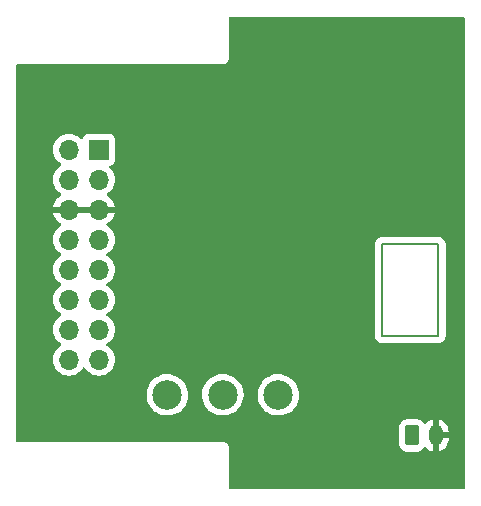
<source format=gbr>
%TF.GenerationSoftware,KiCad,Pcbnew,(6.0.4-0)*%
%TF.CreationDate,2024-03-24T20:00:40+02:00*%
%TF.ProjectId,Project_PCB_v1,50726f6a-6563-4745-9f50-43425f76312e,rev?*%
%TF.SameCoordinates,Original*%
%TF.FileFunction,Copper,L2,Bot*%
%TF.FilePolarity,Positive*%
%FSLAX46Y46*%
G04 Gerber Fmt 4.6, Leading zero omitted, Abs format (unit mm)*
G04 Created by KiCad (PCBNEW (6.0.4-0)) date 2024-03-24 20:00:40*
%MOMM*%
%LPD*%
G01*
G04 APERTURE LIST*
G04 Aperture macros list*
%AMRoundRect*
0 Rectangle with rounded corners*
0 $1 Rounding radius*
0 $2 $3 $4 $5 $6 $7 $8 $9 X,Y pos of 4 corners*
0 Add a 4 corners polygon primitive as box body*
4,1,4,$2,$3,$4,$5,$6,$7,$8,$9,$2,$3,0*
0 Add four circle primitives for the rounded corners*
1,1,$1+$1,$2,$3*
1,1,$1+$1,$4,$5*
1,1,$1+$1,$6,$7*
1,1,$1+$1,$8,$9*
0 Add four rect primitives between the rounded corners*
20,1,$1+$1,$2,$3,$4,$5,0*
20,1,$1+$1,$4,$5,$6,$7,0*
20,1,$1+$1,$6,$7,$8,$9,0*
20,1,$1+$1,$8,$9,$2,$3,0*%
G04 Aperture macros list end*
%TA.AperFunction,NonConductor*%
%ADD10C,0.200000*%
%TD*%
%TA.AperFunction,ComponentPad*%
%ADD11C,2.500000*%
%TD*%
%TA.AperFunction,ComponentPad*%
%ADD12R,1.700000X1.700000*%
%TD*%
%TA.AperFunction,ComponentPad*%
%ADD13O,1.700000X1.700000*%
%TD*%
%TA.AperFunction,ComponentPad*%
%ADD14RoundRect,0.250000X-0.350000X-0.625000X0.350000X-0.625000X0.350000X0.625000X-0.350000X0.625000X0*%
%TD*%
%TA.AperFunction,ComponentPad*%
%ADD15O,1.200000X1.750000*%
%TD*%
%TA.AperFunction,ViaPad*%
%ADD16C,0.800000*%
%TD*%
G04 APERTURE END LIST*
D10*
X117500000Y-82250000D02*
X122250000Y-82250000D01*
X122250000Y-82250000D02*
X122250000Y-90000000D01*
X122250000Y-90000000D02*
X117500000Y-90000000D01*
X117500000Y-90000000D02*
X117500000Y-82250000D01*
D11*
%TO.P,U1,1,1*%
%TO.N,Net-(JP_SB_Bat1-Pad2)*%
X108700025Y-95000000D03*
%TO.P,U1,2,2*%
%TO.N,Net-(JP_SB1-Pad2)*%
X104000000Y-95000000D03*
%TO.P,U1,3,3*%
%TO.N,unconnected-(U1-Pad3)*%
X99299975Y-95000000D03*
%TD*%
D12*
%TO.P,PinCon1,1,Pin_1*%
%TO.N,Motor2_A*%
X93500000Y-74250000D03*
D13*
%TO.P,PinCon1,2,Pin_2*%
%TO.N,PC6-9 PWM1*%
X90960000Y-74250000D03*
%TO.P,PinCon1,3,Pin_3*%
%TO.N,Motor2_B*%
X93500000Y-76790000D03*
%TO.P,PinCon1,4,Pin_4*%
%TO.N,PC6-9 PWM2*%
X90960000Y-76790000D03*
%TO.P,PinCon1,5,Pin_5*%
%TO.N,GND*%
X93500000Y-79330000D03*
%TO.P,PinCon1,6,Pin_6*%
X90960000Y-79330000D03*
%TO.P,PinCon1,7,Pin_7*%
%TO.N,BATT_1*%
X93500000Y-81870000D03*
%TO.P,PinCon1,8,Pin_8*%
X90960000Y-81870000D03*
%TO.P,PinCon1,9,Pin_9*%
%TO.N,Reserve*%
X93500000Y-84410000D03*
%TO.P,PinCon1,10,Pin_10*%
%TO.N,BATT_ADC*%
X90960000Y-84410000D03*
%TO.P,PinCon1,11,Pin_11*%
%TO.N,5V_1*%
X93500000Y-86950000D03*
%TO.P,PinCon1,12,Pin_12*%
X90960000Y-86950000D03*
%TO.P,PinCon1,13,Pin_13*%
%TO.N,Motor1_A*%
X93500000Y-89490000D03*
%TO.P,PinCon1,14,Pin_14*%
%TO.N,PC6-9 PWM3*%
X90960000Y-89490000D03*
%TO.P,PinCon1,15,Pin_15*%
%TO.N,Motor1_B*%
X93500000Y-92030000D03*
%TO.P,PinCon1,16,Pin_16*%
%TO.N,PC6-9 PWM4*%
X90960000Y-92030000D03*
%TD*%
D14*
%TO.P,J2,1,Pin_1*%
%TO.N,Net-(J2-Pad1)*%
X120005000Y-98445000D03*
D15*
%TO.P,J2,2,Pin_2*%
%TO.N,GND*%
X122005000Y-98445000D03*
%TD*%
D16*
%TO.N,GND*%
X107500000Y-76500000D03*
X108465000Y-72500000D03*
X112965000Y-79250000D03*
X88500000Y-87000000D03*
X95965000Y-81500000D03*
X124000000Y-95250000D03*
X115215000Y-71500000D03*
X121465000Y-72250000D03*
X117250000Y-76000000D03*
X105465000Y-84250000D03*
X107465000Y-65250000D03*
%TD*%
%TA.AperFunction,Conductor*%
%TO.N,GND*%
G36*
X124441621Y-63020502D02*
G01*
X124488114Y-63074158D01*
X124499500Y-63126500D01*
X124499500Y-102873500D01*
X124479498Y-102941621D01*
X124425842Y-102988114D01*
X124373500Y-102999500D01*
X104626500Y-102999500D01*
X104558379Y-102979498D01*
X104511886Y-102925842D01*
X104500500Y-102873500D01*
X104500500Y-99508574D01*
X104500502Y-99507804D01*
X104500914Y-99440350D01*
X104500969Y-99431376D01*
X104493007Y-99403518D01*
X104489429Y-99386757D01*
X104486596Y-99366971D01*
X104486596Y-99366970D01*
X104485323Y-99358082D01*
X104474925Y-99335212D01*
X104468477Y-99317688D01*
X104464038Y-99302155D01*
X104464036Y-99302151D01*
X104461572Y-99293529D01*
X104446111Y-99269024D01*
X104437974Y-99253942D01*
X104429702Y-99235748D01*
X104429700Y-99235745D01*
X104425984Y-99227572D01*
X104409581Y-99208536D01*
X104398473Y-99193523D01*
X104385070Y-99172280D01*
X104378341Y-99166337D01*
X104378339Y-99166335D01*
X104363356Y-99153103D01*
X104351310Y-99140909D01*
X104338260Y-99125764D01*
X104333178Y-99119866D01*
X118904500Y-99119866D01*
X118904837Y-99123112D01*
X118904837Y-99123116D01*
X118913701Y-99208537D01*
X118915359Y-99224519D01*
X118970744Y-99390529D01*
X119062834Y-99539345D01*
X119186689Y-99662984D01*
X119335666Y-99754814D01*
X119342614Y-99757119D01*
X119342615Y-99757119D01*
X119495241Y-99807744D01*
X119495243Y-99807745D01*
X119501772Y-99809910D01*
X119605134Y-99820500D01*
X120404866Y-99820500D01*
X120408112Y-99820163D01*
X120408116Y-99820163D01*
X120502661Y-99810353D01*
X120502665Y-99810352D01*
X120509519Y-99809641D01*
X120516055Y-99807460D01*
X120516057Y-99807460D01*
X120668581Y-99756574D01*
X120675529Y-99754256D01*
X120824345Y-99662166D01*
X120947984Y-99538311D01*
X120981087Y-99484608D01*
X121033858Y-99437114D01*
X121103930Y-99425690D01*
X121169054Y-99453963D01*
X121187431Y-99472888D01*
X121195259Y-99482853D01*
X121203499Y-99491506D01*
X121354123Y-99622212D01*
X121363847Y-99629147D01*
X121536467Y-99729010D01*
X121547331Y-99733984D01*
X121735727Y-99799407D01*
X121736716Y-99799648D01*
X121747008Y-99798180D01*
X121751000Y-99784615D01*
X121751000Y-99780402D01*
X122259000Y-99780402D01*
X122262973Y-99793933D01*
X122272399Y-99795288D01*
X122361537Y-99773806D01*
X122372832Y-99769917D01*
X122554382Y-99687371D01*
X122564724Y-99681424D01*
X122727397Y-99566032D01*
X122736425Y-99558239D01*
X122874342Y-99414169D01*
X122881738Y-99404804D01*
X122989921Y-99237259D01*
X122995417Y-99226655D01*
X123069961Y-99041688D01*
X123073355Y-99030230D01*
X123111857Y-98833072D01*
X123112934Y-98824209D01*
X123113000Y-98821500D01*
X123113000Y-98717115D01*
X123108525Y-98701876D01*
X123107135Y-98700671D01*
X123099452Y-98699000D01*
X122277115Y-98699000D01*
X122261876Y-98703475D01*
X122260671Y-98704865D01*
X122259000Y-98712548D01*
X122259000Y-99780402D01*
X121751000Y-99780402D01*
X121751000Y-98172885D01*
X122259000Y-98172885D01*
X122263475Y-98188124D01*
X122264865Y-98189329D01*
X122272548Y-98191000D01*
X123094885Y-98191000D01*
X123110124Y-98186525D01*
X123111329Y-98185135D01*
X123113000Y-98177452D01*
X123113000Y-98120168D01*
X123112715Y-98114192D01*
X123098529Y-97965506D01*
X123096270Y-97953772D01*
X123040128Y-97762401D01*
X123035698Y-97751325D01*
X122944381Y-97574022D01*
X122937931Y-97563976D01*
X122814738Y-97407143D01*
X122806501Y-97398494D01*
X122655877Y-97267788D01*
X122646153Y-97260853D01*
X122473533Y-97160990D01*
X122462669Y-97156016D01*
X122274273Y-97090593D01*
X122273284Y-97090352D01*
X122262992Y-97091820D01*
X122259000Y-97105385D01*
X122259000Y-98172885D01*
X121751000Y-98172885D01*
X121751000Y-97109598D01*
X121747027Y-97096067D01*
X121737601Y-97094712D01*
X121648463Y-97116194D01*
X121637168Y-97120083D01*
X121455618Y-97202629D01*
X121445276Y-97208576D01*
X121282603Y-97323968D01*
X121273575Y-97331761D01*
X121180751Y-97428726D01*
X121119196Y-97464102D01*
X121048286Y-97460583D01*
X120990536Y-97419286D01*
X120982589Y-97407898D01*
X120951020Y-97356883D01*
X120947166Y-97350655D01*
X120823311Y-97227016D01*
X120674334Y-97135186D01*
X120617076Y-97116194D01*
X120514759Y-97082256D01*
X120514757Y-97082255D01*
X120508228Y-97080090D01*
X120404866Y-97069500D01*
X119605134Y-97069500D01*
X119601888Y-97069837D01*
X119601884Y-97069837D01*
X119507339Y-97079647D01*
X119507335Y-97079648D01*
X119500481Y-97080359D01*
X119493945Y-97082540D01*
X119493943Y-97082540D01*
X119393070Y-97116194D01*
X119334471Y-97135744D01*
X119185655Y-97227834D01*
X119062016Y-97351689D01*
X118970186Y-97500666D01*
X118967881Y-97507614D01*
X118967881Y-97507615D01*
X118949187Y-97563976D01*
X118915090Y-97666772D01*
X118904500Y-97770134D01*
X118904500Y-99119866D01*
X104333178Y-99119866D01*
X104332400Y-99118963D01*
X104311314Y-99105296D01*
X104296444Y-99094009D01*
X104284338Y-99083317D01*
X104284337Y-99083317D01*
X104277612Y-99077377D01*
X104251391Y-99065066D01*
X104236413Y-99056746D01*
X104219631Y-99045869D01*
X104219628Y-99045868D01*
X104212095Y-99040985D01*
X104188019Y-99033785D01*
X104170589Y-99027129D01*
X104147837Y-99016447D01*
X104119213Y-99011990D01*
X104102495Y-99008207D01*
X104083340Y-99002478D01*
X104083332Y-99002477D01*
X104074739Y-98999907D01*
X104065768Y-98999852D01*
X104065767Y-98999852D01*
X104061038Y-98999823D01*
X104040818Y-98999699D01*
X104040075Y-98999668D01*
X104038991Y-98999500D01*
X104008574Y-98999500D01*
X104007804Y-98999498D01*
X104007191Y-98999494D01*
X103931376Y-98999031D01*
X103930047Y-98999411D01*
X103928737Y-98999500D01*
X86626500Y-98999500D01*
X86558379Y-98979498D01*
X86511886Y-98925842D01*
X86500500Y-98873500D01*
X86500500Y-94954049D01*
X97545169Y-94954049D01*
X97557652Y-95213930D01*
X97608410Y-95469112D01*
X97696330Y-95713989D01*
X97819479Y-95943180D01*
X97822274Y-95946923D01*
X97822276Y-95946926D01*
X97972360Y-96147913D01*
X97972365Y-96147919D01*
X97975152Y-96151651D01*
X97978461Y-96154931D01*
X97978466Y-96154937D01*
X98079478Y-96255071D01*
X98159929Y-96334823D01*
X98163691Y-96337581D01*
X98163694Y-96337584D01*
X98276307Y-96420155D01*
X98369750Y-96488670D01*
X98373885Y-96490846D01*
X98373889Y-96490848D01*
X98499749Y-96557066D01*
X98600008Y-96609815D01*
X98845642Y-96695594D01*
X98850235Y-96696466D01*
X99096668Y-96743253D01*
X99096671Y-96743253D01*
X99101257Y-96744124D01*
X99231248Y-96749232D01*
X99356570Y-96754156D01*
X99356576Y-96754156D01*
X99361238Y-96754339D01*
X99462464Y-96743253D01*
X99615220Y-96726524D01*
X99615225Y-96726523D01*
X99619873Y-96726014D01*
X99624397Y-96724823D01*
X99866957Y-96660962D01*
X99866959Y-96660961D01*
X99871480Y-96659771D01*
X100110532Y-96557066D01*
X100331778Y-96420155D01*
X100530357Y-96252046D01*
X100701906Y-96056431D01*
X100842658Y-95837608D01*
X100949519Y-95600385D01*
X100950789Y-95595882D01*
X101018873Y-95354476D01*
X101018874Y-95354473D01*
X101020143Y-95349972D01*
X101036866Y-95218518D01*
X101052579Y-95095001D01*
X101052579Y-95094997D01*
X101052977Y-95091871D01*
X101055383Y-95000000D01*
X101051968Y-94954049D01*
X102245194Y-94954049D01*
X102257677Y-95213930D01*
X102308435Y-95469112D01*
X102396355Y-95713989D01*
X102519504Y-95943180D01*
X102522299Y-95946923D01*
X102522301Y-95946926D01*
X102672385Y-96147913D01*
X102672390Y-96147919D01*
X102675177Y-96151651D01*
X102678486Y-96154931D01*
X102678491Y-96154937D01*
X102779503Y-96255071D01*
X102859954Y-96334823D01*
X102863716Y-96337581D01*
X102863719Y-96337584D01*
X102976332Y-96420155D01*
X103069775Y-96488670D01*
X103073910Y-96490846D01*
X103073914Y-96490848D01*
X103199774Y-96557066D01*
X103300033Y-96609815D01*
X103545667Y-96695594D01*
X103550260Y-96696466D01*
X103796693Y-96743253D01*
X103796696Y-96743253D01*
X103801282Y-96744124D01*
X103931273Y-96749232D01*
X104056595Y-96754156D01*
X104056601Y-96754156D01*
X104061263Y-96754339D01*
X104162489Y-96743253D01*
X104315245Y-96726524D01*
X104315250Y-96726523D01*
X104319898Y-96726014D01*
X104324422Y-96724823D01*
X104566982Y-96660962D01*
X104566984Y-96660961D01*
X104571505Y-96659771D01*
X104810557Y-96557066D01*
X105031803Y-96420155D01*
X105230382Y-96252046D01*
X105401931Y-96056431D01*
X105542683Y-95837608D01*
X105649544Y-95600385D01*
X105650814Y-95595882D01*
X105718898Y-95354476D01*
X105718899Y-95354473D01*
X105720168Y-95349972D01*
X105736891Y-95218518D01*
X105752604Y-95095001D01*
X105752604Y-95094997D01*
X105753002Y-95091871D01*
X105755408Y-95000000D01*
X105751993Y-94954049D01*
X106945219Y-94954049D01*
X106957702Y-95213930D01*
X107008460Y-95469112D01*
X107096380Y-95713989D01*
X107219529Y-95943180D01*
X107222324Y-95946923D01*
X107222326Y-95946926D01*
X107372410Y-96147913D01*
X107372415Y-96147919D01*
X107375202Y-96151651D01*
X107378511Y-96154931D01*
X107378516Y-96154937D01*
X107479528Y-96255071D01*
X107559979Y-96334823D01*
X107563741Y-96337581D01*
X107563744Y-96337584D01*
X107676357Y-96420155D01*
X107769800Y-96488670D01*
X107773935Y-96490846D01*
X107773939Y-96490848D01*
X107899799Y-96557066D01*
X108000058Y-96609815D01*
X108245692Y-96695594D01*
X108250285Y-96696466D01*
X108496718Y-96743253D01*
X108496721Y-96743253D01*
X108501307Y-96744124D01*
X108631298Y-96749232D01*
X108756620Y-96754156D01*
X108756626Y-96754156D01*
X108761288Y-96754339D01*
X108862514Y-96743253D01*
X109015270Y-96726524D01*
X109015275Y-96726523D01*
X109019923Y-96726014D01*
X109024447Y-96724823D01*
X109267007Y-96660962D01*
X109267009Y-96660961D01*
X109271530Y-96659771D01*
X109510582Y-96557066D01*
X109731828Y-96420155D01*
X109930407Y-96252046D01*
X110101956Y-96056431D01*
X110242708Y-95837608D01*
X110349569Y-95600385D01*
X110350839Y-95595882D01*
X110418923Y-95354476D01*
X110418924Y-95354473D01*
X110420193Y-95349972D01*
X110436916Y-95218518D01*
X110452629Y-95095001D01*
X110452629Y-95094997D01*
X110453027Y-95091871D01*
X110455433Y-95000000D01*
X110436151Y-94740534D01*
X110378730Y-94486768D01*
X110377037Y-94482414D01*
X110286123Y-94248630D01*
X110286122Y-94248628D01*
X110284430Y-94244277D01*
X110155324Y-94018388D01*
X109994248Y-93814064D01*
X109804739Y-93635792D01*
X109590962Y-93487489D01*
X109586772Y-93485423D01*
X109586769Y-93485421D01*
X109361800Y-93374479D01*
X109361797Y-93374478D01*
X109357612Y-93372414D01*
X109109817Y-93293094D01*
X108969594Y-93270257D01*
X108857631Y-93252023D01*
X108857630Y-93252023D01*
X108853019Y-93251272D01*
X108722940Y-93249569D01*
X108597537Y-93247927D01*
X108597534Y-93247927D01*
X108592860Y-93247866D01*
X108335055Y-93282952D01*
X108085268Y-93355758D01*
X108081015Y-93357718D01*
X108081014Y-93357719D01*
X108044659Y-93374479D01*
X107848986Y-93464686D01*
X107845081Y-93467246D01*
X107845076Y-93467249D01*
X107635313Y-93604775D01*
X107635308Y-93604779D01*
X107631400Y-93607341D01*
X107437290Y-93780591D01*
X107270920Y-93980629D01*
X107135945Y-94203061D01*
X107134136Y-94207375D01*
X107134135Y-94207377D01*
X107120363Y-94240221D01*
X107035330Y-94443001D01*
X106971286Y-94695177D01*
X106945219Y-94954049D01*
X105751993Y-94954049D01*
X105736126Y-94740534D01*
X105678705Y-94486768D01*
X105677012Y-94482414D01*
X105586098Y-94248630D01*
X105586097Y-94248628D01*
X105584405Y-94244277D01*
X105455299Y-94018388D01*
X105294223Y-93814064D01*
X105104714Y-93635792D01*
X104890937Y-93487489D01*
X104886747Y-93485423D01*
X104886744Y-93485421D01*
X104661775Y-93374479D01*
X104661772Y-93374478D01*
X104657587Y-93372414D01*
X104409792Y-93293094D01*
X104269569Y-93270257D01*
X104157606Y-93252023D01*
X104157605Y-93252023D01*
X104152994Y-93251272D01*
X104022915Y-93249569D01*
X103897512Y-93247927D01*
X103897509Y-93247927D01*
X103892835Y-93247866D01*
X103635030Y-93282952D01*
X103385243Y-93355758D01*
X103380990Y-93357718D01*
X103380989Y-93357719D01*
X103344634Y-93374479D01*
X103148961Y-93464686D01*
X103145056Y-93467246D01*
X103145051Y-93467249D01*
X102935288Y-93604775D01*
X102935283Y-93604779D01*
X102931375Y-93607341D01*
X102737265Y-93780591D01*
X102570895Y-93980629D01*
X102435920Y-94203061D01*
X102434111Y-94207375D01*
X102434110Y-94207377D01*
X102420338Y-94240221D01*
X102335305Y-94443001D01*
X102271261Y-94695177D01*
X102245194Y-94954049D01*
X101051968Y-94954049D01*
X101036101Y-94740534D01*
X100978680Y-94486768D01*
X100976987Y-94482414D01*
X100886073Y-94248630D01*
X100886072Y-94248628D01*
X100884380Y-94244277D01*
X100755274Y-94018388D01*
X100594198Y-93814064D01*
X100404689Y-93635792D01*
X100190912Y-93487489D01*
X100186722Y-93485423D01*
X100186719Y-93485421D01*
X99961750Y-93374479D01*
X99961747Y-93374478D01*
X99957562Y-93372414D01*
X99709767Y-93293094D01*
X99569544Y-93270257D01*
X99457581Y-93252023D01*
X99457580Y-93252023D01*
X99452969Y-93251272D01*
X99322890Y-93249569D01*
X99197487Y-93247927D01*
X99197484Y-93247927D01*
X99192810Y-93247866D01*
X98935005Y-93282952D01*
X98685218Y-93355758D01*
X98680965Y-93357718D01*
X98680964Y-93357719D01*
X98644609Y-93374479D01*
X98448936Y-93464686D01*
X98445031Y-93467246D01*
X98445026Y-93467249D01*
X98235263Y-93604775D01*
X98235258Y-93604779D01*
X98231350Y-93607341D01*
X98037240Y-93780591D01*
X97870870Y-93980629D01*
X97735895Y-94203061D01*
X97734086Y-94207375D01*
X97734085Y-94207377D01*
X97720313Y-94240221D01*
X97635280Y-94443001D01*
X97571236Y-94695177D01*
X97545169Y-94954049D01*
X86500500Y-94954049D01*
X86500500Y-92030000D01*
X89604341Y-92030000D01*
X89624937Y-92265408D01*
X89686097Y-92493663D01*
X89688419Y-92498643D01*
X89688420Y-92498645D01*
X89770121Y-92673851D01*
X89785965Y-92707829D01*
X89921505Y-92901401D01*
X90088599Y-93068495D01*
X90093107Y-93071652D01*
X90093110Y-93071654D01*
X90277661Y-93200878D01*
X90282170Y-93204035D01*
X90287152Y-93206358D01*
X90287157Y-93206361D01*
X90491355Y-93301580D01*
X90496337Y-93303903D01*
X90501645Y-93305325D01*
X90501647Y-93305326D01*
X90697183Y-93357719D01*
X90724592Y-93365063D01*
X90960000Y-93385659D01*
X91195408Y-93365063D01*
X91222817Y-93357719D01*
X91418353Y-93305326D01*
X91418355Y-93305325D01*
X91423663Y-93303903D01*
X91428645Y-93301580D01*
X91632843Y-93206361D01*
X91632848Y-93206358D01*
X91637830Y-93204035D01*
X91642339Y-93200878D01*
X91826890Y-93071654D01*
X91826893Y-93071652D01*
X91831401Y-93068495D01*
X91998495Y-92901401D01*
X92126787Y-92718180D01*
X92182244Y-92673851D01*
X92252863Y-92666542D01*
X92316224Y-92698572D01*
X92333212Y-92718179D01*
X92461505Y-92901401D01*
X92628599Y-93068495D01*
X92633107Y-93071652D01*
X92633110Y-93071654D01*
X92817661Y-93200878D01*
X92822170Y-93204035D01*
X92827152Y-93206358D01*
X92827157Y-93206361D01*
X93031355Y-93301580D01*
X93036337Y-93303903D01*
X93041645Y-93305325D01*
X93041647Y-93305326D01*
X93237183Y-93357719D01*
X93264592Y-93365063D01*
X93500000Y-93385659D01*
X93735408Y-93365063D01*
X93762817Y-93357719D01*
X93958353Y-93305326D01*
X93958355Y-93305325D01*
X93963663Y-93303903D01*
X93968645Y-93301580D01*
X94172843Y-93206361D01*
X94172848Y-93206358D01*
X94177830Y-93204035D01*
X94182339Y-93200878D01*
X94366890Y-93071654D01*
X94366893Y-93071652D01*
X94371401Y-93068495D01*
X94538495Y-92901401D01*
X94674035Y-92707829D01*
X94689880Y-92673851D01*
X94771580Y-92498645D01*
X94771581Y-92498643D01*
X94773903Y-92493663D01*
X94835063Y-92265408D01*
X94855659Y-92030000D01*
X94835063Y-91794592D01*
X94773903Y-91566337D01*
X94693288Y-91393458D01*
X94676358Y-91357152D01*
X94676356Y-91357149D01*
X94674035Y-91352171D01*
X94538495Y-91158599D01*
X94371401Y-90991505D01*
X94366893Y-90988348D01*
X94366890Y-90988346D01*
X94239408Y-90899082D01*
X94188181Y-90863213D01*
X94143853Y-90807756D01*
X94136544Y-90737137D01*
X94168575Y-90673776D01*
X94188181Y-90656787D01*
X94366890Y-90531654D01*
X94366893Y-90531652D01*
X94371401Y-90528495D01*
X94538495Y-90361401D01*
X94674035Y-90167829D01*
X94689880Y-90133851D01*
X94752296Y-90000000D01*
X116894318Y-90000000D01*
X116899500Y-90039361D01*
X116914956Y-90156762D01*
X116975464Y-90302841D01*
X117071718Y-90428282D01*
X117197159Y-90524536D01*
X117343238Y-90585044D01*
X117500000Y-90605682D01*
X117508188Y-90604604D01*
X117531173Y-90601578D01*
X117547619Y-90600500D01*
X122202381Y-90600500D01*
X122218827Y-90601578D01*
X122250000Y-90605682D01*
X122258188Y-90604604D01*
X122289361Y-90600500D01*
X122398574Y-90586122D01*
X122406762Y-90585044D01*
X122552841Y-90524536D01*
X122678282Y-90428282D01*
X122774536Y-90302841D01*
X122835044Y-90156762D01*
X122855682Y-90000000D01*
X122851578Y-89968827D01*
X122850500Y-89952381D01*
X122850500Y-82297619D01*
X122851578Y-82281173D01*
X122854604Y-82258188D01*
X122855682Y-82250000D01*
X122835044Y-82093238D01*
X122774536Y-81947159D01*
X122678282Y-81821718D01*
X122552841Y-81725464D01*
X122406762Y-81664956D01*
X122289361Y-81649500D01*
X122250000Y-81644318D01*
X122241812Y-81645396D01*
X122218827Y-81648422D01*
X122202381Y-81649500D01*
X117547619Y-81649500D01*
X117531173Y-81648422D01*
X117508188Y-81645396D01*
X117500000Y-81644318D01*
X117460639Y-81649500D01*
X117343238Y-81664956D01*
X117197159Y-81725464D01*
X117071718Y-81821718D01*
X116975464Y-81947159D01*
X116914956Y-82093238D01*
X116894318Y-82250000D01*
X116895396Y-82258188D01*
X116898422Y-82281173D01*
X116899500Y-82297619D01*
X116899500Y-89952381D01*
X116898422Y-89968827D01*
X116894318Y-90000000D01*
X94752296Y-90000000D01*
X94771580Y-89958645D01*
X94771581Y-89958643D01*
X94773903Y-89953663D01*
X94835063Y-89725408D01*
X94855659Y-89490000D01*
X94835063Y-89254592D01*
X94773903Y-89026337D01*
X94693288Y-88853458D01*
X94676358Y-88817152D01*
X94676356Y-88817149D01*
X94674035Y-88812171D01*
X94538495Y-88618599D01*
X94371401Y-88451505D01*
X94366893Y-88448348D01*
X94366890Y-88448346D01*
X94193084Y-88326646D01*
X94188181Y-88323213D01*
X94143853Y-88267756D01*
X94136544Y-88197137D01*
X94168575Y-88133776D01*
X94188181Y-88116787D01*
X94366890Y-87991654D01*
X94366893Y-87991652D01*
X94371401Y-87988495D01*
X94538495Y-87821401D01*
X94674035Y-87627829D01*
X94689880Y-87593851D01*
X94771580Y-87418645D01*
X94771581Y-87418643D01*
X94773903Y-87413663D01*
X94791565Y-87347749D01*
X94833639Y-87190723D01*
X94833639Y-87190722D01*
X94835063Y-87185408D01*
X94855659Y-86950000D01*
X94835063Y-86714592D01*
X94773903Y-86486337D01*
X94693288Y-86313458D01*
X94676358Y-86277152D01*
X94676356Y-86277149D01*
X94674035Y-86272171D01*
X94538495Y-86078599D01*
X94371401Y-85911505D01*
X94366893Y-85908348D01*
X94366890Y-85908346D01*
X94239408Y-85819082D01*
X94188181Y-85783213D01*
X94143853Y-85727756D01*
X94136544Y-85657137D01*
X94168575Y-85593776D01*
X94188181Y-85576787D01*
X94366890Y-85451654D01*
X94366893Y-85451652D01*
X94371401Y-85448495D01*
X94538495Y-85281401D01*
X94674035Y-85087829D01*
X94689880Y-85053851D01*
X94771580Y-84878645D01*
X94771581Y-84878643D01*
X94773903Y-84873663D01*
X94835063Y-84645408D01*
X94855659Y-84410000D01*
X94835063Y-84174592D01*
X94828180Y-84148903D01*
X94775326Y-83951647D01*
X94775325Y-83951645D01*
X94773903Y-83946337D01*
X94739216Y-83871951D01*
X94676358Y-83737152D01*
X94676356Y-83737149D01*
X94674035Y-83732171D01*
X94538495Y-83538599D01*
X94371401Y-83371505D01*
X94366893Y-83368348D01*
X94366890Y-83368346D01*
X94239408Y-83279082D01*
X94188181Y-83243213D01*
X94143853Y-83187756D01*
X94136544Y-83117137D01*
X94168575Y-83053776D01*
X94188181Y-83036787D01*
X94366890Y-82911654D01*
X94366893Y-82911652D01*
X94371401Y-82908495D01*
X94538495Y-82741401D01*
X94674035Y-82547829D01*
X94689880Y-82513851D01*
X94771580Y-82338645D01*
X94771581Y-82338643D01*
X94773903Y-82333663D01*
X94787968Y-82281173D01*
X94833639Y-82110723D01*
X94833639Y-82110722D01*
X94835063Y-82105408D01*
X94855659Y-81870000D01*
X94835063Y-81634592D01*
X94773903Y-81406337D01*
X94693288Y-81233458D01*
X94676358Y-81197152D01*
X94676356Y-81197149D01*
X94674035Y-81192171D01*
X94538495Y-80998599D01*
X94371401Y-80831505D01*
X94366893Y-80828348D01*
X94366890Y-80828346D01*
X94195336Y-80708223D01*
X94151008Y-80652766D01*
X94143699Y-80582147D01*
X94175730Y-80518786D01*
X94198019Y-80500860D01*
X94197737Y-80500465D01*
X94375328Y-80373792D01*
X94383200Y-80367139D01*
X94534052Y-80216812D01*
X94540730Y-80208965D01*
X94665003Y-80036020D01*
X94670313Y-80027183D01*
X94764670Y-79836267D01*
X94768469Y-79826672D01*
X94830377Y-79622910D01*
X94832555Y-79612837D01*
X94833986Y-79601962D01*
X94831775Y-79587778D01*
X94818617Y-79584000D01*
X89643225Y-79584000D01*
X89629694Y-79587973D01*
X89628257Y-79597966D01*
X89658565Y-79732446D01*
X89661645Y-79742275D01*
X89741770Y-79939603D01*
X89746413Y-79948794D01*
X89857694Y-80130388D01*
X89863777Y-80138699D01*
X90003213Y-80299667D01*
X90010580Y-80306883D01*
X90174434Y-80442916D01*
X90182876Y-80448828D01*
X90259612Y-80493669D01*
X90308335Y-80545308D01*
X90321406Y-80615091D01*
X90294674Y-80680863D01*
X90268312Y-80705669D01*
X90088599Y-80831505D01*
X89921505Y-80998599D01*
X89785965Y-81192171D01*
X89783644Y-81197149D01*
X89783642Y-81197152D01*
X89766712Y-81233458D01*
X89686097Y-81406337D01*
X89624937Y-81634592D01*
X89604341Y-81870000D01*
X89624937Y-82105408D01*
X89626361Y-82110722D01*
X89626361Y-82110723D01*
X89672033Y-82281173D01*
X89686097Y-82333663D01*
X89688419Y-82338643D01*
X89688420Y-82338645D01*
X89770121Y-82513851D01*
X89785965Y-82547829D01*
X89921505Y-82741401D01*
X90088599Y-82908495D01*
X90093107Y-82911652D01*
X90093110Y-82911654D01*
X90271820Y-83036788D01*
X90316148Y-83092245D01*
X90323457Y-83162865D01*
X90291426Y-83226225D01*
X90271822Y-83243211D01*
X90088599Y-83371505D01*
X89921505Y-83538599D01*
X89785965Y-83732171D01*
X89783644Y-83737149D01*
X89783642Y-83737152D01*
X89720784Y-83871951D01*
X89686097Y-83946337D01*
X89684675Y-83951645D01*
X89684674Y-83951647D01*
X89631820Y-84148903D01*
X89624937Y-84174592D01*
X89604341Y-84410000D01*
X89624937Y-84645408D01*
X89686097Y-84873663D01*
X89688419Y-84878643D01*
X89688420Y-84878645D01*
X89770121Y-85053851D01*
X89785965Y-85087829D01*
X89921505Y-85281401D01*
X90088599Y-85448495D01*
X90093107Y-85451652D01*
X90093110Y-85451654D01*
X90271820Y-85576788D01*
X90316148Y-85632245D01*
X90323457Y-85702865D01*
X90291426Y-85766225D01*
X90271822Y-85783211D01*
X90088599Y-85911505D01*
X89921505Y-86078599D01*
X89785965Y-86272171D01*
X89783644Y-86277149D01*
X89783642Y-86277152D01*
X89766712Y-86313458D01*
X89686097Y-86486337D01*
X89624937Y-86714592D01*
X89604341Y-86950000D01*
X89624937Y-87185408D01*
X89626361Y-87190722D01*
X89626361Y-87190723D01*
X89668436Y-87347749D01*
X89686097Y-87413663D01*
X89688419Y-87418643D01*
X89688420Y-87418645D01*
X89770121Y-87593851D01*
X89785965Y-87627829D01*
X89921505Y-87821401D01*
X90088599Y-87988495D01*
X90093107Y-87991652D01*
X90093110Y-87991654D01*
X90271820Y-88116788D01*
X90316148Y-88172245D01*
X90323457Y-88242865D01*
X90291426Y-88306225D01*
X90271822Y-88323211D01*
X90088599Y-88451505D01*
X89921505Y-88618599D01*
X89785965Y-88812171D01*
X89783644Y-88817149D01*
X89783642Y-88817152D01*
X89766712Y-88853458D01*
X89686097Y-89026337D01*
X89624937Y-89254592D01*
X89604341Y-89490000D01*
X89624937Y-89725408D01*
X89686097Y-89953663D01*
X89688419Y-89958643D01*
X89688420Y-89958645D01*
X89770121Y-90133851D01*
X89785965Y-90167829D01*
X89921505Y-90361401D01*
X90088599Y-90528495D01*
X90093107Y-90531652D01*
X90093110Y-90531654D01*
X90271820Y-90656788D01*
X90316148Y-90712245D01*
X90323457Y-90782865D01*
X90291426Y-90846225D01*
X90271822Y-90863211D01*
X90088599Y-90991505D01*
X89921505Y-91158599D01*
X89785965Y-91352171D01*
X89783644Y-91357149D01*
X89783642Y-91357152D01*
X89766712Y-91393458D01*
X89686097Y-91566337D01*
X89624937Y-91794592D01*
X89604341Y-92030000D01*
X86500500Y-92030000D01*
X86500500Y-76790000D01*
X89604341Y-76790000D01*
X89624937Y-77025408D01*
X89686097Y-77253663D01*
X89688419Y-77258643D01*
X89688420Y-77258645D01*
X89770121Y-77433851D01*
X89785965Y-77467829D01*
X89921505Y-77661401D01*
X90088599Y-77828495D01*
X90093107Y-77831652D01*
X90093110Y-77831654D01*
X90265880Y-77952629D01*
X90310208Y-78008086D01*
X90317517Y-78078706D01*
X90285486Y-78142066D01*
X90251790Y-78167605D01*
X90238458Y-78174545D01*
X90229738Y-78180036D01*
X90059433Y-78307905D01*
X90051726Y-78314748D01*
X89904590Y-78468717D01*
X89898104Y-78476727D01*
X89778098Y-78652649D01*
X89773000Y-78661623D01*
X89683338Y-78854783D01*
X89679775Y-78864470D01*
X89624389Y-79064183D01*
X89625912Y-79072607D01*
X89638292Y-79076000D01*
X94818344Y-79076000D01*
X94831875Y-79072027D01*
X94833180Y-79062947D01*
X94791214Y-78895875D01*
X94787894Y-78886124D01*
X94702972Y-78690814D01*
X94698105Y-78681739D01*
X94582426Y-78502926D01*
X94576136Y-78494757D01*
X94432806Y-78337240D01*
X94425273Y-78330215D01*
X94258139Y-78198222D01*
X94249557Y-78192520D01*
X94203863Y-78167296D01*
X94153892Y-78116864D01*
X94139120Y-78047421D01*
X94164236Y-77981015D01*
X94192485Y-77953774D01*
X94366890Y-77831654D01*
X94366893Y-77831652D01*
X94371401Y-77828495D01*
X94538495Y-77661401D01*
X94674035Y-77467829D01*
X94689880Y-77433851D01*
X94771580Y-77258645D01*
X94771581Y-77258643D01*
X94773903Y-77253663D01*
X94835063Y-77025408D01*
X94855659Y-76790000D01*
X94835063Y-76554592D01*
X94773903Y-76326337D01*
X94693288Y-76153458D01*
X94676358Y-76117152D01*
X94676356Y-76117149D01*
X94674035Y-76112171D01*
X94538495Y-75918599D01*
X94418885Y-75798989D01*
X94384859Y-75736677D01*
X94389924Y-75665862D01*
X94432471Y-75609026D01*
X94463752Y-75591912D01*
X94584419Y-75546677D01*
X94584420Y-75546676D01*
X94592824Y-75543526D01*
X94600003Y-75538146D01*
X94600006Y-75538144D01*
X94700365Y-75462928D01*
X94707546Y-75457546D01*
X94725361Y-75433776D01*
X94788144Y-75350006D01*
X94788146Y-75350003D01*
X94793526Y-75342824D01*
X94843851Y-75208580D01*
X94846688Y-75182471D01*
X94850131Y-75150774D01*
X94850131Y-75150773D01*
X94850500Y-75147377D01*
X94850499Y-73352624D01*
X94843851Y-73291420D01*
X94793526Y-73157176D01*
X94788146Y-73149997D01*
X94788144Y-73149994D01*
X94712928Y-73049635D01*
X94707546Y-73042454D01*
X94700365Y-73037072D01*
X94600006Y-72961856D01*
X94600003Y-72961854D01*
X94592824Y-72956474D01*
X94485821Y-72916361D01*
X94465975Y-72908921D01*
X94465973Y-72908921D01*
X94458580Y-72906149D01*
X94450730Y-72905296D01*
X94450729Y-72905296D01*
X94400774Y-72899869D01*
X94400773Y-72899869D01*
X94397377Y-72899500D01*
X93500132Y-72899500D01*
X92602624Y-72899501D01*
X92599230Y-72899870D01*
X92599224Y-72899870D01*
X92549278Y-72905295D01*
X92549274Y-72905296D01*
X92541420Y-72906149D01*
X92407176Y-72956474D01*
X92399997Y-72961854D01*
X92399994Y-72961856D01*
X92299635Y-73037072D01*
X92292454Y-73042454D01*
X92287072Y-73049635D01*
X92211856Y-73149994D01*
X92211854Y-73149997D01*
X92206474Y-73157176D01*
X92203324Y-73165580D01*
X92203323Y-73165581D01*
X92186107Y-73211505D01*
X92158924Y-73284019D01*
X92158088Y-73286248D01*
X92115447Y-73343013D01*
X92048886Y-73367714D01*
X91979537Y-73352507D01*
X91951011Y-73331115D01*
X91831401Y-73211505D01*
X91826893Y-73208348D01*
X91826890Y-73208346D01*
X91642339Y-73079122D01*
X91642336Y-73079120D01*
X91637830Y-73075965D01*
X91632848Y-73073642D01*
X91632843Y-73073639D01*
X91428645Y-72978420D01*
X91428644Y-72978419D01*
X91423663Y-72976097D01*
X91418355Y-72974675D01*
X91418353Y-72974674D01*
X91200723Y-72916361D01*
X91200722Y-72916361D01*
X91195408Y-72914937D01*
X90960000Y-72894341D01*
X90724592Y-72914937D01*
X90719278Y-72916361D01*
X90719277Y-72916361D01*
X90501647Y-72974674D01*
X90501645Y-72974675D01*
X90496337Y-72976097D01*
X90491357Y-72978419D01*
X90491355Y-72978420D01*
X90287152Y-73073642D01*
X90287149Y-73073644D01*
X90282171Y-73075965D01*
X90088599Y-73211505D01*
X89921505Y-73378599D01*
X89785965Y-73572171D01*
X89686097Y-73786337D01*
X89624937Y-74014592D01*
X89604341Y-74250000D01*
X89624937Y-74485408D01*
X89686097Y-74713663D01*
X89785965Y-74927829D01*
X89921505Y-75121401D01*
X90088599Y-75288495D01*
X90093107Y-75291652D01*
X90093110Y-75291654D01*
X90271820Y-75416788D01*
X90316148Y-75472245D01*
X90323457Y-75542865D01*
X90291426Y-75606225D01*
X90271822Y-75623211D01*
X90088599Y-75751505D01*
X89921505Y-75918599D01*
X89785965Y-76112171D01*
X89783644Y-76117149D01*
X89783642Y-76117152D01*
X89766712Y-76153458D01*
X89686097Y-76326337D01*
X89624937Y-76554592D01*
X89604341Y-76790000D01*
X86500500Y-76790000D01*
X86500500Y-67126500D01*
X86520502Y-67058379D01*
X86574158Y-67011886D01*
X86626500Y-67000500D01*
X103991426Y-67000500D01*
X103992197Y-67000502D01*
X104068624Y-67000969D01*
X104096482Y-66993007D01*
X104113241Y-66989429D01*
X104122644Y-66988083D01*
X104133029Y-66986596D01*
X104133030Y-66986596D01*
X104141918Y-66985323D01*
X104150092Y-66981607D01*
X104150094Y-66981606D01*
X104164788Y-66974925D01*
X104182312Y-66968477D01*
X104197845Y-66964038D01*
X104197849Y-66964036D01*
X104206471Y-66961572D01*
X104230975Y-66946111D01*
X104246058Y-66937974D01*
X104264252Y-66929702D01*
X104264255Y-66929700D01*
X104272428Y-66925984D01*
X104291464Y-66909581D01*
X104306477Y-66898473D01*
X104327720Y-66885070D01*
X104333663Y-66878341D01*
X104333665Y-66878339D01*
X104346897Y-66863356D01*
X104359091Y-66851310D01*
X104374236Y-66838260D01*
X104381037Y-66832400D01*
X104394704Y-66811314D01*
X104405991Y-66796444D01*
X104416683Y-66784338D01*
X104416683Y-66784337D01*
X104422623Y-66777612D01*
X104434934Y-66751391D01*
X104443254Y-66736413D01*
X104454131Y-66719631D01*
X104454132Y-66719628D01*
X104459015Y-66712095D01*
X104466215Y-66688019D01*
X104472871Y-66670589D01*
X104483553Y-66647837D01*
X104488010Y-66619213D01*
X104491793Y-66602495D01*
X104497522Y-66583340D01*
X104497523Y-66583332D01*
X104500093Y-66574739D01*
X104500301Y-66540818D01*
X104500332Y-66540075D01*
X104500500Y-66538991D01*
X104500500Y-66508574D01*
X104500502Y-66507804D01*
X104500788Y-66461009D01*
X104500969Y-66431376D01*
X104500589Y-66430047D01*
X104500500Y-66428737D01*
X104500500Y-63126500D01*
X104520502Y-63058379D01*
X104574158Y-63011886D01*
X104626500Y-63000500D01*
X124373500Y-63000500D01*
X124441621Y-63020502D01*
G37*
%TD.AperFunction*%
%TD*%
M02*

</source>
